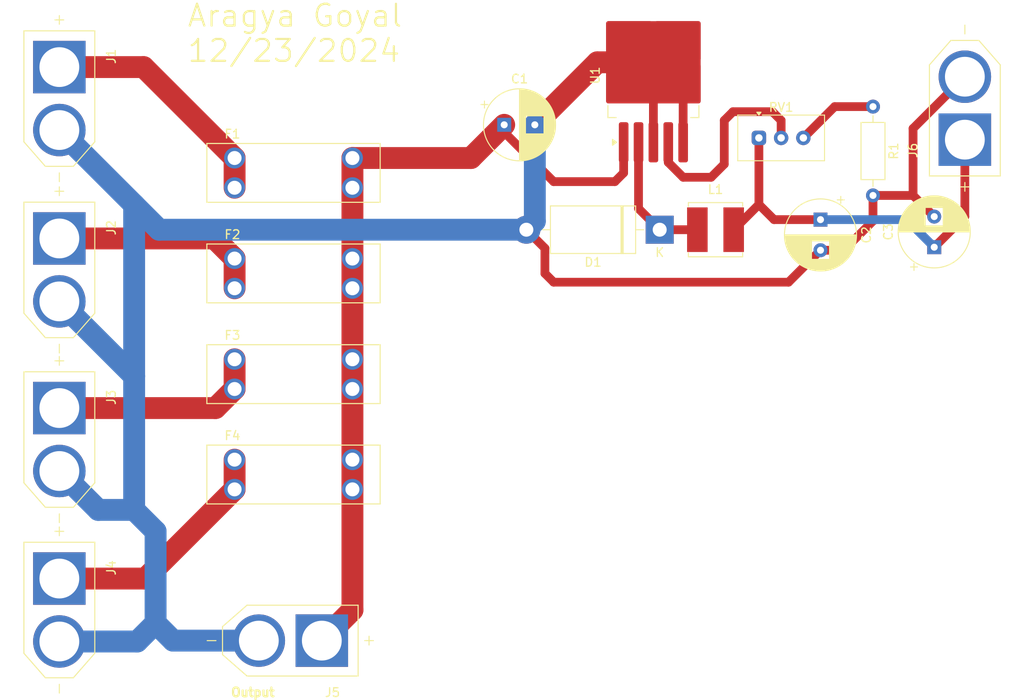
<source format=kicad_pcb>
(kicad_pcb (version 20240108) (generator "pcbnew") (generator_version "8.0")
  (layers (0 "F.Cu" signal) (31 "B.Cu" signal) (34 "B.Paste" user) (35 "F.Paste" user) (36 "B.SilkS" user "B.Silkscreen") (37 "F.SilkS" user "F.Silkscreen") (38 "B.Mask" user) (39 "F.Mask" user) (44 "Edge.Cuts" user))
  (net 0 "")
  (net 1 "Net-(J1-POS)")
  (net 2 "Net-(J2-POS)")
  (net 3 "Net-(J3-POS)")
  (net 4 "Net-(J4-POS)")
  (net 5 "GND")
  (net 6 "VCC")
  (net 7 "+12V")
  (net 8 "Net-(D1-K)")
  (net 9 "Net-(R1-Pad1)")
  (net 10 "Net-(U1-FB)")
  (footprint "Fuse Holder:FUSE_3557-2" (layer "F.Cu") (at 136.765 104.52)
    (property "Reference" "F3" (at -6.985 -4.445 0) (layer "F.SilkS"))
    (property "Value" "3557-2")
    (pad "1_1" thru_hole circle (at -6.735 -1.7) (size 2.4 2.4) (drill 1.6) (layers "*.Cu" "*.Mask") (net 3 "Net-(J3-POS)"))
    (pad "1_2" thru_hole circle (at -6.735 1.7) (size 2.4 2.4) (drill 1.6) (layers "*.Cu" "*.Mask") (net 3 "Net-(J3-POS)"))
    (pad "2_1" thru_hole circle (at 6.735 -1.7) (size 2.4 2.4) (drill 1.6) (layers "*.Cu" "*.Mask") (net 6 "VCC"))
    (pad "2_2" thru_hole circle (at 6.735 1.7) (size 2.4 2.4) (drill 1.6) (layers "*.Cu" "*.Mask") (net 6 "VCC"))
  )
  (footprint "Capacitor_THT:CP_Radial_D8.0mm_P3.50mm" (layer "F.Cu") (at 210 90 90)
    (property "Reference" "C3" (at 1.75 -5.25 90) (layer "F.SilkS"))
    (property "Value" "100uF")
    (pad "1" thru_hole rect (at 0 0 90) (size 1.6 1.6) (drill 0.8) (layers "*.Cu" "*.Mask") (net 7 "+12V"))
    (pad "2" thru_hole circle (at 3.5 0 90) (size 1.6 1.6) (drill 0.8) (layers "*.Cu" "*.Mask") (net 5 "GND"))
  )
  (footprint "Capacitor_THT:CP_Radial_D8.0mm_P3.50mm" (layer "F.Cu") (at 160.847349 76)
    (property "Reference" "C1" (at 1.75 -5.25 0) (layer "F.SilkS"))
    (property "Value" "100uF")
    (pad "1" thru_hole rect (at 0 0) (size 1.6 1.6) (drill 0.8) (layers "*.Cu" "*.Mask") (net 6 "VCC"))
    (pad "2" thru_hole circle (at 3.5 0) (size 1.6 1.6) (drill 0.8) (layers "*.Cu" "*.Mask") (net 5 "GND"))
  )
  (footprint "XT60-M:AMASS_XT60-M" (layer "F.Cu") (at 136.4 135 180)
    (property "Reference" "J5" (at -4.825 -5.935 0) (layer "F.SilkS"))
    (property "Value" "40V Out")
    (pad "N" thru_hole circle (at 3.6 0 180) (size 6 6) (drill 4.55) (layers "*.Cu" "*.Mask") (net 5 "GND"))
    (pad "P" thru_hole rect (at -3.6 0 180) (size 6 6) (drill 4.55) (layers "*.Cu" "*.Mask") (net 6 "VCC"))
  )
  (footprint "Potentiometer_THT:Potentiometer_Vishay_T93YA_Vertical" (layer "F.Cu") (at 189.96 77.5)
    (property "Reference" "RV1" (at 2.54 -3.5 360) (layer "F.SilkS"))
    (property "Value" "50k")
    (pad "1" thru_hole roundrect (at 0 0) (size 1.65 1.65) (drill 0.85) (layers "*.Cu" "*.Mask") (net 7 "+12V"))
    (pad "2" thru_hole circle (at 2.54 0) (size 1.65 1.65) (drill 0.85) (layers "*.Cu" "*.Mask") (net 10 "Net-(U1-FB)"))
    (pad "3" thru_hole circle (at 5.08 0) (size 1.65 1.65) (drill 0.85) (layers "*.Cu" "*.Mask") (net 9 "Net-(R1-Pad1)"))
  )
  (footprint "XT60-M:AMASS_XT60-M" (layer "F.Cu") (at 110 131.5 -90)
    (property "Reference" "J4" (at -4.825 -5.935 90) (layer "F.SilkS"))
    (property "Value" "XT60-M")
    (pad "N" thru_hole circle (at 3.6 0 270) (size 6 6) (drill 4.55) (layers "*.Cu" "*.Mask") (net 5 "GND"))
    (pad "P" thru_hole rect (at -3.6 0 270) (size 6 6) (drill 4.55) (layers "*.Cu" "*.Mask") (net 4 "Net-(J4-POS)"))
  )
  (footprint "Capacitor_THT:CP_Radial_D8.0mm_P3.50mm" (layer "F.Cu") (at 197 86.847349 -90)
    (property "Reference" "C2" (at 1.75 -5.25 90) (layer "F.SilkS"))
    (property "Value" "220uF")
    (pad "1" thru_hole rect (at 0 0 270) (size 1.6 1.6) (drill 0.8) (layers "*.Cu" "*.Mask") (net 7 "+12V"))
    (pad "2" thru_hole circle (at 3.5 0 270) (size 1.6 1.6) (drill 0.8) (layers "*.Cu" "*.Mask") (net 5 "GND"))
  )
  (footprint "XT60-M:AMASS_XT60-M" (layer "F.Cu") (at 110 73 -90)
    (property "Reference" "J1" (at -4.825 -5.935 90) (layer "F.SilkS"))
    (property "Value" "XT60-M")
    (pad "N" thru_hole circle (at 3.6 0 270) (size 6 6) (drill 4.55) (layers "*.Cu" "*.Mask") (net 5 "GND"))
    (pad "P" thru_hole rect (at -3.6 0 270) (size 6 6) (drill 4.55) (layers "*.Cu" "*.Mask") (net 1 "Net-(J1-POS)"))
  )
  (footprint "Fuse Holder:FUSE_3557-2" (layer "F.Cu") (at 136.765 81.5)
    (property "Reference" "F1" (at -6.985 -4.445 0) (layer "F.SilkS"))
    (property "Value" "3557-2")
    (pad "1_1" thru_hole circle (at -6.735 -1.7) (size 2.4 2.4) (drill 1.6) (layers "*.Cu" "*.Mask") (net 1 "Net-(J1-POS)"))
    (pad "1_2" thru_hole circle (at -6.735 1.7) (size 2.4 2.4) (drill 1.6) (layers "*.Cu" "*.Mask") (net 1 "Net-(J1-POS)"))
    (pad "2_1" thru_hole circle (at 6.735 -1.7) (size 2.4 2.4) (drill 1.6) (layers "*.Cu" "*.Mask") (net 6 "VCC"))
    (pad "2_2" thru_hole circle (at 6.735 1.7) (size 2.4 2.4) (drill 1.6) (layers "*.Cu" "*.Mask") (net 6 "VCC"))
  )
  (footprint "Resistor_THT:R_Axial_DIN0207_L6.3mm_D2.5mm_P10.16mm_Horizontal" (layer "F.Cu") (at 203 73.92 -90)
    (property "Reference" "R1" (at 5.08 -2.37 90) (layer "F.SilkS"))
    (property "Value" "1.21k")
    (pad "1" thru_hole circle (at 0 0 270) (size 1.6 1.6) (drill 0.8) (layers "*.Cu" "*.Mask") (net 9 "Net-(R1-Pad1)"))
    (pad "2" thru_hole oval (at 10.16 0 270) (size 1.6 1.6) (drill 0.8) (layers "*.Cu" "*.Mask") (net 5 "GND"))
  )
  (footprint "Diode_THT:D_DO-201AD_P15.24mm_Horizontal" (layer "F.Cu") (at 178.62 88 180)
    (property "Reference" "D1" (at 7.62 -3.72 360) (layer "F.SilkS"))
    (property "Value" "1N5822")
    (fp_text user "K" (at 0 -2.6 360) (layer "F.SilkS"))
    (pad "1" thru_hole rect (at 0 0 180) (size 3.2 3.2) (drill 1.6) (layers "*.Cu" "*.Mask") (net 8 "Net-(D1-K)"))
    (pad "2" thru_hole oval (at 15.24 0 180) (size 3.2 3.2) (drill 1.6) (layers "*.Cu" "*.Mask") (net 5 "GND"))
  )
  (footprint "XT60-M:AMASS_XT60-M" (layer "F.Cu") (at 110 112 -90)
    (property "Reference" "J3" (at -4.825 -5.935 90) (layer "F.SilkS"))
    (property "Value" "XT60-M")
    (pad "N" thru_hole circle (at 3.6 0 270) (size 6 6) (drill 4.55) (layers "*.Cu" "*.Mask") (net 5 "GND"))
    (pad "P" thru_hole rect (at -3.6 0 270) (size 6 6) (drill 4.55) (layers "*.Cu" "*.Mask") (net 3 "Net-(J3-POS)"))
  )
  (footprint "Fuse Holder:FUSE_3557-2" (layer "F.Cu") (at 136.765 93)
    (property "Reference" "F2" (at -6.985 -4.445 0) (layer "F.SilkS"))
    (property "Value" "3557-2")
    (pad "1_1" thru_hole circle (at -6.735 -1.7) (size 2.4 2.4) (drill 1.6) (layers "*.Cu" "*.Mask") (net 2 "Net-(J2-POS)"))
    (pad "1_2" thru_hole circle (at -6.735 1.7) (size 2.4 2.4) (drill 1.6) (layers "*.Cu" "*.Mask") (net 2 "Net-(J2-POS)"))
    (pad "2_1" thru_hole circle (at 6.735 -1.7) (size 2.4 2.4) (drill 1.6) (layers "*.Cu" "*.Mask") (net 6 "VCC"))
    (pad "2_2" thru_hole circle (at 6.735 1.7) (size 2.4 2.4) (drill 1.6) (layers "*.Cu" "*.Mask") (net 6 "VCC"))
  )
  (footprint "Fuse Holder:FUSE_3557-2" (layer "F.Cu") (at 136.765 116)
    (property "Reference" "F4" (at -6.985 -4.445 0) (layer "F.SilkS"))
    (property "Value" "3557-2")
    (pad "1_1" thru_hole circle (at -6.735 -1.7) (size 2.4 2.4) (drill 1.6) (layers "*.Cu" "*.Mask") (net 4 "Net-(J4-POS)"))
    (pad "1_2" thru_hole circle (at -6.735 1.7) (size 2.4 2.4) (drill 1.6) (layers "*.Cu" "*.Mask") (net 4 "Net-(J4-POS)"))
    (pad "2_1" thru_hole circle (at 6.735 -1.7) (size 2.4 2.4) (drill 1.6) (layers "*.Cu" "*.Mask") (net 6 "VCC"))
    (pad "2_2" thru_hole circle (at 6.735 1.7) (size 2.4 2.4) (drill 1.6) (layers "*.Cu" "*.Mask") (net 6 "VCC"))
  )
  (footprint "Inductor_SMD:L_Bourns_SRN6045TA" (layer "F.Cu") (at 185 88)
    (property "Reference" "L1" (at 0 -4.6 0) (layer "F.SilkS"))
    (property "Value" "33uH")
    (pad "1" smd rect (at -2.075 0) (size 2.35 5.1) (layers "F.Cu" "F.Paste" "F.Mask") (net 8 "Net-(D1-K)"))
    (pad "2" smd rect (at 2.075 0) (size 2.35 5.1) (layers "F.Cu" "F.Paste" "F.Mask") (net 7 "+12V"))
  )
  (footprint "XT60-M:AMASS_XT60-M" (layer "F.Cu") (at 213.5 74.1 90)
    (property "Reference" "J6" (at -4.825 -5.935 90) (layer "F.SilkS"))
    (property "Value" "5V Out")
    (pad "N" thru_hole circle (at 3.6 0 90) (size 6 6) (drill 4.55) (layers "*.Cu" "*.Mask") (net 5 "GND"))
    (pad "P" thru_hole rect (at -3.6 0 90) (size 6 6) (drill 4.55) (layers "*.Cu" "*.Mask") (net 7 "+12V"))
  )
  (footprint "XT60-M:AMASS_XT60-M" (layer "F.Cu") (at 110 92.6 -90)
    (property "Reference" "J2" (at -4.825 -5.935 90) (layer "F.SilkS"))
    (property "Value" "XT60-M")
    (pad "N" thru_hole circle (at 3.6 0 270) (size 6 6) (drill 4.55) (layers "*.Cu" "*.Mask") (net 5 "GND"))
    (pad "P" thru_hole rect (at -3.6 0 270) (size 6 6) (drill 4.55) (layers "*.Cu" "*.Mask") (net 2 "Net-(J2-POS)"))
  )
  (footprint "Package_TO_SOT_SMD:TO-263-5_TabPin3" (layer "F.Cu") (at 177.9 70.35 90)
    (property "Reference" "U1" (at 0 -6.65 90) (layer "F.SilkS"))
    (property "Value" "LM2596S-ADJ")
    (pad "1" smd roundrect (at -7.65 -3.4 90) (size 4.6 1.1) (layers "F.Cu" "F.Paste" "F.Mask") (roundrect_rratio 0.227273) (net 6 "VCC"))
    (pad "2" smd roundrect (at -7.65 -1.7 90) (size 4.6 1.1) (layers "F.Cu" "F.Paste" "F.Mask") (roundrect_rratio 0.227273) (net 8 "Net-(D1-K)"))
    (pad "3" smd roundrect (at -7.65 0 90) (size 4.6 1.1) (layers "F.Cu" "F.Paste" "F.Mask") (roundrect_rratio 0.227273) (net 5 "GND"))
    (pad "3" smd roundrect (at -0.925 -2.775 90) (size 4.55 5.25) (layers "F.Cu" "F.Paste") (roundrect_rratio 0.054945) (net 5 "GND"))
    (pad "3" smd roundrect (at -0.925 2.775 90) (size 4.55 5.25) (layers "F.Cu" "F.Paste") (roundrect_rratio 0.054945) (net 5 "GND"))
    (pad "3" smd roundrect (at 1.5 0 90) (size 9.4 10.8) (layers "F.Cu" "F.Mask") (roundrect_rratio 0.026596) (net 5 "GND"))
    (pad "3" smd roundrect (at 3.925 -2.775 90) (size 4.55 5.25) (layers "F.Cu" "F.Paste") (roundrect_rratio 0.054945) (net 5 "GND"))
    (pad "3" smd roundrect (at 3.925 2.775 90) (size 4.55 5.25) (layers "F.Cu" "F.Paste") (roundrect_rratio 0.054945) (net 5 "GND"))
    (pad "4" smd roundrect (at -7.65 1.7 90) (size 4.6 1.1) (layers "F.Cu" "F.Paste" "F.Mask") (roundrect_rratio 0.227273) (net 10 "Net-(U1-FB)"))
    (pad "5" smd roundrect (at -7.65 3.4 90) (size 4.6 1.1) (layers "F.Cu" "F.Paste" "F.Mask") (roundrect_rratio 0.227273) (net 5 "GND"))
  )
  (gr_text "Aragya Goyal\n12/23/2024" (at 124.5 69 0) (layer "F.SilkS") (effects (font (size 2.5 2.5) (thickness 0.25)) (justify left bottom)))
  (gr_text "Output" (at 129.5 141.5 0) (layer "F.SilkS") (effects (font (size 1 1) (thickness 0.25) (bold yes)) (justify left bottom)))
  (segment (start 110 69.4) (end 119.63 69.4) (width 2.5) (layer "F.Cu") (net 1))
  (segment (start 130.03 79.8) (end 130.03 83.2) (width 2.5) (layer "F.Cu") (net 1))
  (segment (start 119.63 69.4) (end 130.03 79.8) (width 2.5) (layer "F.Cu") (net 1))
  (segment (start 127.73 89) (end 130.03 91.3) (width 2.5) (layer "F.Cu") (net 2))
  (segment (start 110 89) (end 127.73 89) (width 2.5) (layer "F.Cu") (net 2))
  (segment (start 130.03 91.3) (end 130.03 94.7) (width 2.5) (layer "F.Cu") (net 2))
  (segment (start 127.85 108.4) (end 130.03 106.22) (width 2.5) (layer "F.Cu") (net 3))
  (segment (start 130.03 102.82) (end 130.03 106.22) (width 2.5) (layer "F.Cu") (net 3))
  (segment (start 110 108.4) (end 127.85 108.4) (width 2.5) (layer "F.Cu") (net 3))
  (segment (start 119.83 127.9) (end 130.03 117.7) (width 2.5) (layer "F.Cu") (net 4))
  (segment (start 110 127.9) (end 119.83 127.9) (width 2.5) (layer "F.Cu") (net 4))
  (segment (start 130.03 114.3) (end 130.03 117.7) (width 2.5) (layer "F.Cu") (net 4))
  (segment (start 197 90.347349) (end 199.652651 90.347349) (width 1) (layer "F.Cu") (net 5))
  (segment (start 207.58 84.08) (end 207.58 76.42) (width 1) (layer "F.Cu") (net 5))
  (segment (start 177.9 78) (end 177.9 68.85) (width 1) (layer "F.Cu") (net 5))
  (segment (start 171.497349 68.85) (end 164.347349 76) (width 2.5) (layer "F.Cu") (net 5))
  (segment (start 165.5 90.12) (end 163.38 88) (width 1) (layer "F.Cu") (net 5))
  (segment (start 203 84.08) (end 207.58 84.08) (width 1) (layer "F.Cu") (net 5))
  (segment (start 177.9 68.85) (end 171.497349 68.85) (width 2.5) (layer "F.Cu") (net 5))
  (segment (start 181.3 72.25) (end 177.9 68.85) (width 1) (layer "F.Cu") (net 5))
  (segment (start 199.652651 90.347349) (end 203 87) (width 1) (layer "F.Cu") (net 5))
  (segment (start 165.5 93) (end 165.5 90.12) (width 1) (layer "F.Cu") (net 5))
  (segment (start 181.3 78) (end 181.3 72.25) (width 1) (layer "F.Cu") (net 5))
  (segment (start 207.58 76.42) (end 213.5 70.5) (width 1) (layer "F.Cu") (net 5))
  (segment (start 197 90.347349) (end 193.347349 94) (width 1) (layer "F.Cu") (net 5))
  (segment (start 193.347349 94) (end 166.5 94) (width 1) (layer "F.Cu") (net 5))
  (segment (start 207.58 84.08) (end 210 86.5) (width 1) (layer "F.Cu") (net 5))
  (segment (start 166.5 94) (end 165.5 93) (width 1) (layer "F.Cu") (net 5))
  (segment (start 203 87) (end 203 84.08) (width 1) (layer "F.Cu") (net 5))
  (segment (start 118.55 104.75) (end 118.55 120.05) (width 2.5) (layer "B.Cu") (net 5))
  (segment (start 118.9 135.1) (end 110 135.1) (width 2.5) (layer "B.Cu") (net 5))
  (segment (start 121 133) (end 123 135) (width 2.5) (layer "B.Cu") (net 5))
  (segment (start 121 122.5) (end 121 133) (width 2.5) (layer "B.Cu") (net 5))
  (segment (start 118.55 120.05) (end 121 122.5) (width 2.5) (layer "B.Cu") (net 5))
  (segment (start 118.55 85.15) (end 110 76.6) (width 2.5) (layer "B.Cu") (net 5))
  (segment (start 164.347349 76) (end 164.347349 87.032651) (width 2.5) (layer "B.Cu") (net 5))
  (segment (start 164.347349 87.032651) (end 163.38 88) (width 2.5) (layer "B.Cu") (net 5))
  (segment (start 123 135) (end 132.8 135) (width 2.5) (layer "B.Cu") (net 5))
  (segment (start 110 96.2) (end 118.55 104.75) (width 2.5) (layer "B.Cu") (net 5))
  (segment (start 121.4 88) (end 163.38 88) (width 2.5) (layer "B.Cu") (net 5))
  (segment (start 118.55 85.15) (end 121.4 88) (width 2.5) (layer "B.Cu") (net 5))
  (segment (start 121 133) (end 118.9 135.1) (width 2.5) (layer "B.Cu") (net 5))
  (segment (start 114.45 120.05) (end 118.55 120.05) (width 2.5) (layer "B.Cu") (net 5))
  (segment (start 110 115.6) (end 114.45 120.05) (width 2.5) (layer "B.Cu") (net 5))
  (segment (start 118.55 104.75) (end 118.55 85.15) (width 2.5) (layer "B.Cu") (net 5))
  (segment (start 166.5 82.5) (end 160.847349 76.847349) (width 1) (layer "F.Cu") (net 6))
  (segment (start 143.5 114.3) (end 143.5 117.7) (width 2.5) (layer "F.Cu") (net 6))
  (segment (start 143.5 131.5) (end 140 135) (width 2.5) (layer "F.Cu") (net 6))
  (segment (start 143.5 94.7) (end 143.5 102.82) (width 2.5) (layer "F.Cu") (net 6))
  (segment (start 143.5 79.8) (end 143.5 83.2) (width 2.5) (layer "F.Cu") (net 6))
  (segment (start 143.5 117.7) (end 143.5 131.5) (width 2.5) (layer "F.Cu") (net 6))
  (segment (start 174.5 81.5) (end 173.5 82.5) (width 1) (layer "F.Cu") (net 6))
  (segment (start 143.5 91.3) (end 143.5 94.7) (width 2.5) (layer "F.Cu") (net 6))
  (segment (start 157.047349 79.8) (end 160.847349 76) (width 2.5) (layer "F.Cu") (net 6))
  (segment (start 173.5 82.5) (end 166.5 82.5) (width 1) (layer "F.Cu") (net 6))
  (segment (start 143.5 79.8) (end 157.047349 79.8) (width 2.5) (layer "F.Cu") (net 6))
  (segment (start 160.847349 76.847349) (end 160.847349 76) (width 1) (layer "F.Cu") (net 6))
  (segment (start 174.5 78) (end 174.5 81.5) (width 1) (layer "F.Cu") (net 6))
  (segment (start 143.5 106.22) (end 143.5 114.3) (width 2.5) (layer "F.Cu") (net 6))
  (segment (start 143.5 83.2) (end 143.5 91.3) (width 2.5) (layer "F.Cu") (net 6))
  (segment (start 143.5 102.82) (end 143.5 106.22) (width 2.5) (layer "F.Cu") (net 6))
  (segment (start 210 90) (end 213.5 86.5) (width 1) (layer "F.Cu") (net 7))
  (segment (start 191.692349 86.847349) (end 189.96 85.115) (width 1) (layer "F.Cu") (net 7))
  (segment (start 189.96 77.5) (end 189.96 85.115) (width 1) (layer "F.Cu") (net 7))
  (segment (start 189.96 85.115) (end 187.075 88) (width 1) (layer "F.Cu") (net 7))
  (segment (start 213.5 86.5) (end 213.5 77.7) (width 1) (layer "F.Cu") (net 7))
  (segment (start 197 86.847349) (end 191.692349 86.847349) (width 1) (layer "F.Cu") (net 7))
  (segment (start 206.847349 86.847349) (end 210 90) (width 1) (layer "B.Cu") (net 7))
  (segment (start 197 86.847349) (end 206.847349 86.847349) (width 1) (layer "B.Cu") (net 7))
  (segment (start 178.62 88) (end 182.925 88) (width 1) (layer "F.Cu") (net 8))
  (segment (start 178.62 88) (end 176.2 85.58) (width 1) (layer "F.Cu") (net 8))
  (segment (start 176.2 85.58) (end 176.2 78) (width 1) (layer "F.Cu") (net 8))
  (segment (start 203 73.92) (end 198.62 73.92) (width 1) (layer "F.Cu") (net 9))
  (segment (start 198.62 73.92) (end 195.04 77.5) (width 1) (layer "F.Cu") (net 9))
  (segment (start 181.3 82) (end 179.6 80.3) (width 1) (layer "F.Cu") (net 10))
  (segment (start 191.5 74.5) (end 187 74.5) (width 1) (layer "F.Cu") (net 10))
  (segment (start 186 80.5) (end 184.5 82) (width 1) (layer "F.Cu") (net 10))
  (segment (start 192.5 75.5) (end 191.5 74.5) (width 1) (layer "F.Cu") (net 10))
  (segment (start 184.5 82) (end 181.3 82) (width 1) (layer "F.Cu") (net 10))
  (segment (start 192.5 77.5) (end 192.5 75.5) (width 1) (layer "F.Cu") (net 10))
  (segment (start 179.6 80.3) (end 179.6 78) (width 1) (layer "F.Cu") (net 10))
  (segment (start 186 75.5) (end 186 80.5) (width 1) (layer "F.Cu") (net 10))
  (segment (start 187 74.5) (end 186 75.5) (width 1) (layer "F.Cu") (net 10))
)
</source>
